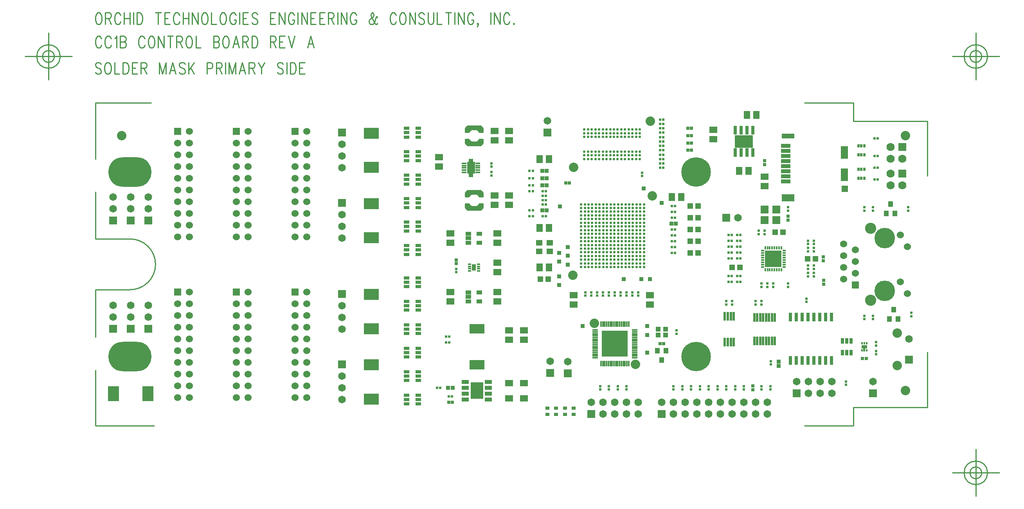
<source format=gbr>
*
*
G04 PADS 9.2 Build Number: 414666 generated Gerber (RS-274-X) file*
G04 PC Version=2.1*
*
%IN "CC1B_080118.pcb"*%
*
%MOIN*%
*
%FSLAX24Y24*%
*
*
*
*
G04 PC Standard Apertures*
*
*
G04 Thermal Relief Aperture macro.*
%AMTER*
1,1,$1,0,0*
1,0,$1-$2,0,0*
21,0,$3,$4,0,0,45*
21,0,$3,$4,0,0,135*
%
*
*
G04 Annular Aperture macro.*
%AMANN*
1,1,$1,0,0*
1,0,$2,0,0*
%
*
*
G04 Odd Aperture macro.*
%AMODD*
1,1,$1,0,0*
1,0,$1-0.005,0,0*
%
*
*
G04 PC Custom Aperture Macros*
*
*
*
*
*
*
G04 PC Aperture Table*
*
%ADD010C,0.001*%
%ADD013R,0.06X0.06*%
%ADD014C,0.06*%
%ADD021R,0.065X0.065*%
%ADD022C,0.065*%
%ADD028C,0.01*%
%ADD032C,0.005*%
%ADD033C,0.03*%
%ADD073R,0.07X0.07*%
%ADD074C,0.07*%
%ADD076R,0.027X0.025*%
%ADD079C,0.08*%
%ADD083R,0.037X0.029*%
%ADD084R,0.014X0.05*%
%ADD085R,0.05X0.014*%
%ADD086R,0.22X0.22*%
%ADD089R,0.05X0.03*%
%ADD090R,0.035X0.035*%
%ADD092C,0.021*%
%ADD093R,0.04X0.045*%
%ADD094R,0.025X0.027*%
%ADD155R,0.033X0.033*%
%ADD183R,0.065X0.055*%
%ADD189R,0.095X0.125*%
%ADD193R,0.03X0.05*%
%ADD240R,0.021X0.023*%
%ADD242R,0.023X0.021*%
%ADD245R,0.057X0.046*%
%ADD246R,0.08374X0.03256*%
%ADD247R,0.10736X0.06406*%
%ADD248R,0.10736X0.04437*%
%ADD249R,0.05224X0.05224*%
%ADD250R,0.06012X0.1113*%
%ADD251R,0.029X0.075*%
%ADD252R,0.155X0.105*%
%ADD336R,0.016X0.023*%
%ADD337R,0.045X0.05*%
%ADD338R,0.055X0.065*%
%ADD339R,0.07X0.055*%
%ADD340R,0.065X0.068*%
%ADD341R,0.044X0.04*%
%ADD342R,0.02X0.075*%
%ADD343R,0.064X0.036*%
%ADD344R,0.108X0.143*%
%ADD345R,0.039X0.017*%
%ADD346R,0.07X0.1*%
%ADD347R,0.025X0.015*%
%ADD348R,0.0325X0.056*%
%ADD349R,0.014X0.03*%
%ADD350R,0.03X0.014*%
%ADD351R,0.14X0.14*%
%ADD352R,0.125X0.095*%
%ADD353R,0.02154X0.02862*%
%ADD354R,0.045X0.033*%
%ADD355R,0.131X0.084*%
%ADD356C,0.251*%
%ADD357O,0.369X0.251*%
%ADD358C,0.095*%
%ADD359C,0.175*%
*
*
*
*
G04 PC Circuitry*
G04 Layer Name CC1B_080118.pcb - circuitry*
%LPD*%
*
*
G04 PC Custom Flashes*
G04 Layer Name CC1B_080118.pcb - flashes*
%LPD*%
*
*
G04 PC Circuitry*
G04 Layer Name CC1B_080118.pcb - circuitry*
%LPD*%
*
G54D10*
G54D13*
G01X27000Y45129D03*
Y31429D03*
X32000Y45129D03*
Y31429D03*
X37000Y45129D03*
Y31429D03*
X84750Y32029D03*
G54D14*
X28000Y45129D03*
X27000Y44129D03*
X28000D03*
X27000Y43129D03*
X28000D03*
X27000Y42129D03*
X28000D03*
X27000Y41129D03*
X28000D03*
X27000Y40129D03*
X28000D03*
X27000Y39129D03*
X28000D03*
X27000Y38129D03*
X28000D03*
X27000Y37129D03*
X28000D03*
X27000Y36129D03*
X28000D03*
Y31429D03*
X27000Y30429D03*
X28000D03*
X27000Y29429D03*
X28000D03*
X27000Y28429D03*
X28000D03*
X27000Y27429D03*
X28000D03*
X27000Y26429D03*
X28000D03*
X27000Y25429D03*
X28000D03*
X27000Y24429D03*
X28000D03*
X27000Y23429D03*
X28000D03*
X27000Y22429D03*
X28000D03*
X33000Y45129D03*
X32000Y44129D03*
X33000D03*
X32000Y43129D03*
X33000D03*
X32000Y42129D03*
X33000D03*
X32000Y41129D03*
X33000D03*
X32000Y40129D03*
X33000D03*
X32000Y39129D03*
X33000D03*
X32000Y38129D03*
X33000D03*
X32000Y37129D03*
X33000D03*
X32000Y36129D03*
X33000D03*
Y31429D03*
X32000Y30429D03*
X33000D03*
X32000Y29429D03*
X33000D03*
X32000Y28429D03*
X33000D03*
X32000Y27429D03*
X33000D03*
X32000Y26429D03*
X33000D03*
X32000Y25429D03*
X33000D03*
X32000Y24429D03*
X33000D03*
X32000Y23429D03*
X33000D03*
X32000Y22429D03*
X33000D03*
X38000Y45129D03*
X37000Y44129D03*
X38000D03*
X37000Y43129D03*
X38000D03*
X37000Y42129D03*
X38000D03*
X37000Y41129D03*
X38000D03*
X37000Y40129D03*
X38000D03*
X37000Y39129D03*
X38000D03*
X37000Y38129D03*
X38000D03*
X37000Y37129D03*
X38000D03*
X37000Y36129D03*
X38000D03*
Y31429D03*
X37000Y30429D03*
X38000D03*
X37000Y29429D03*
X38000D03*
X37000Y28429D03*
X38000D03*
X37000Y27429D03*
X38000D03*
X37000Y26429D03*
X38000D03*
X37000Y25429D03*
X38000D03*
X37000Y24429D03*
X38000D03*
X37000Y23429D03*
X38000D03*
X37000Y22429D03*
X38000D03*
X83750Y32529D03*
X84750Y33029D03*
X83750Y33529D03*
X84750Y34029D03*
X83750Y34529D03*
X84750Y35029D03*
X83750Y35529D03*
X89179Y31289D03*
X88580Y32289D03*
X89179Y35269D03*
X88580Y36269D03*
G54D21*
X41000Y45000D03*
Y39000D03*
Y31250D03*
Y25250D03*
X62250Y21029D03*
X79750Y22779D03*
X58750Y24500D03*
X73750Y37750D03*
X58500Y45000D03*
X86250Y22779D03*
X60250Y24470D03*
X21500Y37529D03*
Y28279D03*
X23000Y37529D03*
Y28279D03*
X24500D03*
Y37529D03*
X68250Y21029D03*
X89291Y25644D03*
G54D22*
X41000Y44000D03*
Y43000D03*
Y42000D03*
Y38000D03*
Y37000D03*
Y36000D03*
Y30250D03*
Y29250D03*
Y28250D03*
Y24250D03*
Y23250D03*
Y22250D03*
X62250Y22029D03*
X63250Y21029D03*
Y22029D03*
X64250Y21029D03*
Y22029D03*
X65250Y21029D03*
Y22029D03*
X66250Y21029D03*
Y22029D03*
X79750Y23779D03*
X80750Y22779D03*
Y23779D03*
X81750Y22779D03*
Y23779D03*
X82750Y22779D03*
Y23779D03*
X58750Y25500D03*
X74750Y37750D03*
X58500Y46000D03*
X86250Y23779D03*
X60250Y25470D03*
X21500Y38529D03*
Y39529D03*
Y29279D03*
Y30279D03*
X23000Y38529D03*
Y39529D03*
Y29279D03*
Y30279D03*
X24500Y29279D03*
Y30279D03*
Y38529D03*
Y39529D03*
X68250Y22029D03*
X69250Y21029D03*
Y22029D03*
X70250Y21029D03*
Y22029D03*
X71250Y21029D03*
Y22029D03*
X72250Y21029D03*
Y22029D03*
X73250Y21029D03*
Y22029D03*
X74250Y21029D03*
Y22029D03*
X75250Y21029D03*
Y22029D03*
X76250Y21029D03*
Y22029D03*
X77250Y21029D03*
Y22029D03*
X89291Y27414D03*
G54D28*
X51505Y44435D02*
Y44110D01*
X51710Y43905*
X51710D02*
X52789D01*
X52789D02*
X52995Y44110D01*
Y44435*
X52720*
X52720D02*
X52507Y44212D01*
X52507D02*
X52489Y44205D01*
X52010*
X52010D02*
X51992Y44212D01*
X51992D02*
X51779Y44435D01*
X51505*
X51550Y44065D02*
Y44435D01*
X51600Y44015D02*
Y44435D01*
X51650Y43965D02*
Y44435D01*
X51700Y43915D02*
Y44435D01*
X51750Y43905D02*
Y44435D01*
X51800Y43905D02*
Y44413D01*
X51850Y43905D02*
Y44361D01*
X51900Y43905D02*
Y44309D01*
X51950Y43905D02*
Y44257D01*
X52000Y43905D02*
Y44209D01*
X52050Y43905D02*
Y44205D01*
X52100Y43905D02*
Y44205D01*
X52150Y43905D02*
Y44205D01*
X52200Y43905D02*
Y44205D01*
X52250Y43905D02*
Y44205D01*
X52300Y43905D02*
Y44205D01*
X52350Y43905D02*
Y44205D01*
X52400Y43905D02*
Y44205D01*
X52450Y43905D02*
Y44205D01*
X52500Y43905D02*
Y44209D01*
X52550Y43905D02*
Y44257D01*
X52600Y43905D02*
Y44309D01*
X52650Y43905D02*
Y44361D01*
X52700Y43905D02*
Y44413D01*
X52750Y43905D02*
Y44435D01*
X52800Y43915D02*
Y44435D01*
X52850Y43965D02*
Y44435D01*
X52900Y44015D02*
Y44435D01*
X52950Y44065D02*
Y44435D01*
X51710Y45595D02*
X51505Y45389D01*
X51505D02*
Y45065D01*
X51779*
X51992Y45287*
X51992D02*
X52010Y45295D01*
X52010D02*
X52489D01*
X52507Y45287*
X52720Y45065*
X52720D02*
X52995D01*
Y45389*
X52995D02*
X52789Y45595D01*
X52789D02*
X51710D01*
X51550Y45065D02*
Y45434D01*
X51600Y45065D02*
Y45484D01*
X51650Y45065D02*
Y45534D01*
X51700Y45065D02*
Y45584D01*
X51750Y45065D02*
Y45595D01*
X51800Y45086D02*
Y45595D01*
X51850Y45138D02*
Y45595D01*
X51900Y45190D02*
Y45595D01*
X51950Y45242D02*
Y45595D01*
X52000Y45290D02*
Y45595D01*
X52050Y45295D02*
Y45595D01*
X52100Y45295D02*
Y45595D01*
X52150Y45295D02*
Y45595D01*
X52200Y45295D02*
Y45595D01*
X52250Y45295D02*
Y45595D01*
X52300Y45295D02*
Y45595D01*
X52350Y45295D02*
Y45595D01*
X52400Y45295D02*
Y45595D01*
X52450Y45295D02*
Y45595D01*
X52500Y45290D02*
Y45595D01*
X52550Y45242D02*
Y45595D01*
X52600Y45190D02*
Y45595D01*
X52650Y45138D02*
Y45595D01*
X52700Y45086D02*
Y45595D01*
X52750Y45065D02*
Y45595D01*
X52800Y45065D02*
Y45584D01*
X52850Y45065D02*
Y45534D01*
X52900Y45065D02*
Y45484D01*
X52950Y45065D02*
Y45434D01*
X51505Y38935D02*
Y38610D01*
X51710Y38405*
X51710D02*
X52789D01*
X52789D02*
X52995Y38610D01*
Y38935*
X52720*
X52720D02*
X52507Y38712D01*
X52507D02*
X52489Y38705D01*
X52010*
X52010D02*
X51992Y38712D01*
X51992D02*
X51779Y38935D01*
X51505*
X51550Y38565D02*
Y38935D01*
X51600Y38515D02*
Y38935D01*
X51650Y38465D02*
Y38935D01*
X51700Y38415D02*
Y38935D01*
X51750Y38405D02*
Y38935D01*
X51800Y38405D02*
Y38913D01*
X51850Y38405D02*
Y38861D01*
X51900Y38405D02*
Y38809D01*
X51950Y38405D02*
Y38757D01*
X52000Y38405D02*
Y38709D01*
X52050Y38405D02*
Y38705D01*
X52100Y38405D02*
Y38705D01*
X52150Y38405D02*
Y38705D01*
X52200Y38405D02*
Y38705D01*
X52250Y38405D02*
Y38705D01*
X52300Y38405D02*
Y38705D01*
X52350Y38405D02*
Y38705D01*
X52400Y38405D02*
Y38705D01*
X52450Y38405D02*
Y38705D01*
X52500Y38405D02*
Y38709D01*
X52550Y38405D02*
Y38757D01*
X52600Y38405D02*
Y38809D01*
X52650Y38405D02*
Y38861D01*
X52700Y38405D02*
Y38913D01*
X52750Y38405D02*
Y38935D01*
X52800Y38415D02*
Y38935D01*
X52850Y38465D02*
Y38935D01*
X52900Y38515D02*
Y38935D01*
X52950Y38565D02*
Y38935D01*
X51710Y40095D02*
X51505Y39889D01*
X51505D02*
Y39565D01*
X51779*
X51992Y39787*
X51992D02*
X52010Y39795D01*
X52010D02*
X52489D01*
X52507Y39787*
X52720Y39565*
X52720D02*
X52995D01*
Y39889*
X52995D02*
X52789Y40095D01*
X52789D02*
X51710D01*
X51550Y39565D02*
Y39934D01*
X51600Y39565D02*
Y39984D01*
X51650Y39565D02*
Y40034D01*
X51700Y39565D02*
Y40084D01*
X51750Y39565D02*
Y40095D01*
X51800Y39586D02*
Y40095D01*
X51850Y39638D02*
Y40095D01*
X51900Y39690D02*
Y40095D01*
X51950Y39742D02*
Y40095D01*
X52000Y39790D02*
Y40095D01*
X52050Y39795D02*
Y40095D01*
X52100Y39795D02*
Y40095D01*
X52150Y39795D02*
Y40095D01*
X52200Y39795D02*
Y40095D01*
X52250Y39795D02*
Y40095D01*
X52300Y39795D02*
Y40095D01*
X52350Y39795D02*
Y40095D01*
X52400Y39795D02*
Y40095D01*
X52450Y39795D02*
Y40095D01*
X52500Y39790D02*
Y40095D01*
X52550Y39742D02*
Y40095D01*
X52600Y39690D02*
Y40095D01*
X52650Y39638D02*
Y40095D01*
X52700Y39586D02*
Y40095D01*
X52750Y39565D02*
Y40095D01*
X52800Y39565D02*
Y40084D01*
X52850Y39565D02*
Y40034D01*
X52900Y39565D02*
Y39984D01*
X52950Y39565D02*
Y39934D01*
X20472Y50843D02*
X20404Y50937D01*
X20404D02*
X20301Y50984D01*
X20301D02*
X20165D01*
X20063Y50937*
X20063D02*
X19995Y50843D01*
X19995D02*
Y50750D01*
X20029Y50656*
X20063Y50609*
X20131Y50562*
X20131D02*
X20335Y50468D01*
X20335D02*
X20404Y50421D01*
X20404D02*
X20438Y50375D01*
X20472Y50281*
Y50140*
X20472D02*
X20404Y50046D01*
X20404D02*
X20301Y50000D01*
X20301D02*
X20165D01*
X20063Y50046*
X20063D02*
X19995Y50140D01*
X20983Y50984D02*
X20915Y50937D01*
X20915D02*
X20847Y50843D01*
X20847D02*
X20813Y50750D01*
X20779Y50609*
Y50375*
X20813Y50234*
X20847Y50140*
X20847D02*
X20915Y50046D01*
X20915D02*
X20983Y50000D01*
X20983D02*
X21120D01*
X21188Y50046*
X21188D02*
X21256Y50140D01*
X21256D02*
X21290Y50234D01*
X21324Y50375*
X21324D02*
Y50609D01*
X21324D02*
X21290Y50750D01*
X21256Y50843*
X21256D02*
X21188Y50937D01*
X21188D02*
X21120Y50984D01*
X20983*
X21631D02*
Y50000D01*
X22040*
X22347Y50984D02*
Y50000D01*
Y50984D02*
X22585D01*
X22585D02*
X22688Y50937D01*
X22688D02*
X22756Y50843D01*
X22756D02*
X22790Y50750D01*
X22824Y50609*
X22824D02*
Y50375D01*
X22824D02*
X22790Y50234D01*
X22756Y50140*
X22756D02*
X22688Y50046D01*
X22688D02*
X22585Y50000D01*
X22585D02*
X22347D01*
X23131Y50984D02*
Y50000D01*
Y50984D02*
X23574D01*
X23131Y50515D02*
X23404D01*
X23131Y50000D02*
X23574D01*
X23881Y50984D02*
Y50000D01*
Y50984D02*
X24188D01*
X24290Y50937*
X24290D02*
X24324Y50890D01*
X24324D02*
X24358Y50796D01*
X24358D02*
Y50703D01*
X24358D02*
X24324Y50609D01*
X24324D02*
X24290Y50562D01*
X24290D02*
X24188Y50515D01*
X24188D02*
X23881D01*
X24120D02*
X24358Y50000D01*
X25449Y50984D02*
Y50000D01*
Y50984D02*
X25722Y50000D01*
X25995Y50984D02*
X25722Y50000D01*
X25995Y50984D02*
Y50000D01*
X26574Y50984D02*
X26301Y50000D01*
X26574Y50984D02*
X26847Y50000D01*
X26404Y50328D02*
X26745D01*
X27631Y50843D02*
X27563Y50937D01*
X27563D02*
X27460Y50984D01*
X27460D02*
X27324D01*
X27324D02*
X27222Y50937D01*
X27222D02*
X27154Y50843D01*
X27154D02*
Y50750D01*
X27188Y50656*
X27222Y50609*
X27290Y50562*
X27290D02*
X27495Y50468D01*
X27495D02*
X27563Y50421D01*
X27563D02*
X27597Y50375D01*
X27631Y50281*
Y50140*
X27631D02*
X27563Y50046D01*
X27563D02*
X27460Y50000D01*
X27460D02*
X27324D01*
X27324D02*
X27222Y50046D01*
X27222D02*
X27154Y50140D01*
X27938Y50984D02*
Y50000D01*
X28415Y50984D02*
X27938Y50328D01*
X28108Y50562D02*
X28415Y50000D01*
X29506Y50984D02*
Y50000D01*
Y50984D02*
X29813D01*
X29915Y50937*
X29915D02*
X29949Y50890D01*
X29949D02*
X29983Y50796D01*
X29983D02*
Y50656D01*
X29983D02*
X29949Y50562D01*
X29949D02*
X29915Y50515D01*
X29915D02*
X29813Y50468D01*
X29813D02*
X29506D01*
X30290Y50984D02*
Y50000D01*
Y50984D02*
X30597D01*
X30699Y50937*
X30699D02*
X30733Y50890D01*
X30733D02*
X30767Y50796D01*
X30767D02*
Y50703D01*
X30767D02*
X30733Y50609D01*
X30733D02*
X30699Y50562D01*
X30699D02*
X30597Y50515D01*
X30597D02*
X30290D01*
X30529D02*
X30767Y50000D01*
X31074Y50984D02*
Y50000D01*
X31381Y50984D02*
Y50000D01*
Y50984D02*
X31654Y50000D01*
X31926Y50984D02*
X31654Y50000D01*
X31926Y50984D02*
Y50000D01*
X32506Y50984D02*
X32233Y50000D01*
X32506Y50984D02*
X32779Y50000D01*
X32335Y50328D02*
X32676D01*
X33085Y50984D02*
Y50000D01*
Y50984D02*
X33392D01*
X33392D02*
X33495Y50937D01*
X33495D02*
X33529Y50890D01*
X33529D02*
X33563Y50796D01*
X33563D02*
Y50703D01*
X33529Y50609*
X33495Y50562*
X33495D02*
X33392Y50515D01*
X33392D02*
X33085D01*
X33324D02*
X33563Y50000D01*
X33870Y50984D02*
X34142Y50515D01*
X34142D02*
Y50000D01*
X34415Y50984D02*
X34142Y50515D01*
X35983Y50843D02*
X35915Y50937D01*
X35915D02*
X35813Y50984D01*
X35676*
X35676D02*
X35574Y50937D01*
X35574D02*
X35506Y50843D01*
X35506D02*
Y50750D01*
X35540Y50656*
X35574Y50609*
X35574D02*
X35642Y50562D01*
X35642D02*
X35847Y50468D01*
X35847D02*
X35915Y50421D01*
X35915D02*
X35949Y50375D01*
X35949D02*
X35983Y50281D01*
X35983D02*
Y50140D01*
X35983D02*
X35915Y50046D01*
X35915D02*
X35813Y50000D01*
X35676*
X35676D02*
X35574Y50046D01*
X35574D02*
X35506Y50140D01*
X36290Y50984D02*
Y50000D01*
X36597Y50984D02*
Y50000D01*
Y50984D02*
X36835D01*
X36835D02*
X36938Y50937D01*
X36938D02*
X37006Y50843D01*
X37006D02*
X37040Y50750D01*
X37074Y50609*
X37074D02*
Y50375D01*
X37074D02*
X37040Y50234D01*
X37006Y50140*
X37006D02*
X36938Y50046D01*
X36938D02*
X36835Y50000D01*
X36835D02*
X36597D01*
X37381Y50984D02*
Y50000D01*
Y50984D02*
X37824D01*
X37381Y50515D02*
X37654D01*
X37381Y50000D02*
X37824D01*
X20511Y53000D02*
X20477Y53093D01*
X20477D02*
X20409Y53187D01*
X20409D02*
X20340Y53234D01*
X20340D02*
X20204D01*
X20204D02*
X20136Y53187D01*
X20136D02*
X20068Y53093D01*
X20068D02*
X20034Y53000D01*
X20000Y52859*
Y52625*
X20034Y52484*
X20068Y52390*
X20068D02*
X20136Y52296D01*
X20136D02*
X20204Y52250D01*
X20204D02*
X20340D01*
X20340D02*
X20409Y52296D01*
X20409D02*
X20477Y52390D01*
X20477D02*
X20511Y52484D01*
X21329Y53000D02*
X21295Y53093D01*
X21295D02*
X21227Y53187D01*
X21227D02*
X21159Y53234D01*
X21022*
X21022D02*
X20954Y53187D01*
X20954D02*
X20886Y53093D01*
X20886D02*
X20852Y53000D01*
X20818Y52859*
Y52625*
X20852Y52484*
X20886Y52390*
X20886D02*
X20954Y52296D01*
X20954D02*
X21022Y52250D01*
X21022D02*
X21159D01*
X21227Y52296*
X21227D02*
X21295Y52390D01*
X21295D02*
X21329Y52484D01*
X21636Y53046D02*
X21704Y53093D01*
X21704D02*
X21806Y53234D01*
X21806D02*
Y52250D01*
X22113Y53234D02*
Y52250D01*
Y53234D02*
X22420D01*
X22522Y53187*
X22522D02*
X22556Y53140D01*
X22556D02*
X22590Y53046D01*
X22590D02*
Y52953D01*
X22590D02*
X22556Y52859D01*
X22556D02*
X22522Y52812D01*
X22522D02*
X22420Y52765D01*
X22113D02*
X22420D01*
X22420D02*
X22522Y52718D01*
X22522D02*
X22556Y52671D01*
X22556D02*
X22590Y52578D01*
X22590D02*
Y52437D01*
X22590D02*
X22556Y52343D01*
X22556D02*
X22522Y52296D01*
X22522D02*
X22420Y52250D01*
X22113*
X24193Y53000D02*
X24159Y53093D01*
X24159D02*
X24090Y53187D01*
X24090D02*
X24022Y53234D01*
X24022D02*
X23886D01*
X23818Y53187*
X23818D02*
X23750Y53093D01*
X23750D02*
X23715Y53000D01*
X23715D02*
X23681Y52859D01*
X23681D02*
Y52625D01*
X23681D02*
X23715Y52484D01*
X23715D02*
X23750Y52390D01*
X23750D02*
X23818Y52296D01*
X23818D02*
X23886Y52250D01*
X24022*
X24022D02*
X24090Y52296D01*
X24090D02*
X24159Y52390D01*
X24159D02*
X24193Y52484D01*
X24704Y53234D02*
X24636Y53187D01*
X24636D02*
X24568Y53093D01*
X24568D02*
X24534Y53000D01*
X24500Y52859*
Y52625*
X24534Y52484*
X24568Y52390*
X24568D02*
X24636Y52296D01*
X24636D02*
X24704Y52250D01*
X24704D02*
X24840D01*
X24840D02*
X24909Y52296D01*
X24909D02*
X24977Y52390D01*
X24977D02*
X25011Y52484D01*
X25045Y52625*
Y52859*
X25011Y53000*
X24977Y53093*
X24977D02*
X24909Y53187D01*
X24909D02*
X24840Y53234D01*
X24840D02*
X24704D01*
X25352D02*
Y52250D01*
Y53234D02*
X25829Y52250D01*
Y53234D02*
Y52250D01*
X26375Y53234D02*
Y52250D01*
X26136Y53234D02*
X26613D01*
X26920D02*
Y52250D01*
Y53234D02*
X27227D01*
X27329Y53187*
X27329D02*
X27363Y53140D01*
X27363D02*
X27397Y53046D01*
X27397D02*
Y52953D01*
X27397D02*
X27363Y52859D01*
X27363D02*
X27329Y52812D01*
X27329D02*
X27227Y52765D01*
X27227D02*
X26920D01*
X27159D02*
X27397Y52250D01*
X27909Y53234D02*
X27840Y53187D01*
X27840D02*
X27772Y53093D01*
X27772D02*
X27738Y53000D01*
X27738D02*
X27704Y52859D01*
X27704D02*
Y52625D01*
X27704D02*
X27738Y52484D01*
X27738D02*
X27772Y52390D01*
X27772D02*
X27840Y52296D01*
X27840D02*
X27909Y52250D01*
X28045*
X28113Y52296*
X28113D02*
X28181Y52390D01*
X28181D02*
X28215Y52484D01*
X28215D02*
X28250Y52625D01*
Y52859*
X28215Y53000*
X28215D02*
X28181Y53093D01*
X28181D02*
X28113Y53187D01*
X28113D02*
X28045Y53234D01*
X27909*
X28556D02*
Y52250D01*
X28556D02*
X28965D01*
X30056Y53234D02*
Y52250D01*
Y53234D02*
X30363D01*
X30363D02*
X30465Y53187D01*
X30465D02*
X30500Y53140D01*
X30500D02*
X30534Y53046D01*
X30534D02*
Y52953D01*
X30500Y52859*
X30465Y52812*
X30465D02*
X30363Y52765D01*
X30056D02*
X30363D01*
X30363D02*
X30465Y52718D01*
X30465D02*
X30500Y52671D01*
X30500D02*
X30534Y52578D01*
Y52437*
X30534D02*
X30500Y52343D01*
X30500D02*
X30465Y52296D01*
X30465D02*
X30363Y52250D01*
X30363D02*
X30056D01*
X31045Y53234D02*
X30977Y53187D01*
X30977D02*
X30909Y53093D01*
X30909D02*
X30875Y53000D01*
X30840Y52859*
X30840D02*
Y52625D01*
X30840D02*
X30875Y52484D01*
X30909Y52390*
X30909D02*
X30977Y52296D01*
X30977D02*
X31045Y52250D01*
X31181*
X31181D02*
X31250Y52296D01*
X31250D02*
X31318Y52390D01*
X31318D02*
X31352Y52484D01*
X31386Y52625*
Y52859*
X31352Y53000*
X31318Y53093*
X31318D02*
X31250Y53187D01*
X31250D02*
X31181Y53234D01*
X31181D02*
X31045D01*
X31965D02*
X31693Y52250D01*
X31965Y53234D02*
X32238Y52250D01*
X31795Y52578D02*
X32136D01*
X32545Y53234D02*
Y52250D01*
Y53234D02*
X32852D01*
X32954Y53187*
X32954D02*
X32988Y53140D01*
X32988D02*
X33022Y53046D01*
X33022D02*
Y52953D01*
X33022D02*
X32988Y52859D01*
X32988D02*
X32954Y52812D01*
X32954D02*
X32852Y52765D01*
X32852D02*
X32545D01*
X32784D02*
X33022Y52250D01*
X33329Y53234D02*
Y52250D01*
Y53234D02*
X33568D01*
X33670Y53187*
X33670D02*
X33738Y53093D01*
X33738D02*
X33772Y53000D01*
X33772D02*
X33806Y52859D01*
X33806D02*
Y52625D01*
X33806D02*
X33772Y52484D01*
X33772D02*
X33738Y52390D01*
X33738D02*
X33670Y52296D01*
X33670D02*
X33568Y52250D01*
X33329*
X34897Y53234D02*
Y52250D01*
Y53234D02*
X35204D01*
X35204D02*
X35306Y53187D01*
X35306D02*
X35340Y53140D01*
X35340D02*
X35375Y53046D01*
X35375D02*
Y52953D01*
X35340Y52859*
X35340D02*
X35306Y52812D01*
X35306D02*
X35204Y52765D01*
X35204D02*
X34897D01*
X35136D02*
X35375Y52250D01*
X35681Y53234D02*
Y52250D01*
Y53234D02*
X36125D01*
X35681Y52765D02*
X35954D01*
X35681Y52250D02*
X36125D01*
X36431Y53234D02*
X36704Y52250D01*
X36977Y53234D02*
X36704Y52250D01*
X38340Y53234D02*
X38068Y52250D01*
X38340Y53234D02*
X38613Y52250D01*
X38170Y52578D02*
X38511D01*
X20204Y55234D02*
X20136Y55187D01*
X20136D02*
X20068Y55093D01*
X20068D02*
X20034Y55000D01*
X20000Y54859*
Y54625*
X20034Y54484*
X20068Y54390*
X20068D02*
X20136Y54296D01*
X20136D02*
X20204Y54250D01*
X20204D02*
X20340D01*
X20340D02*
X20409Y54296D01*
X20409D02*
X20477Y54390D01*
X20477D02*
X20511Y54484D01*
X20545Y54625*
Y54859*
X20511Y55000*
X20477Y55093*
X20477D02*
X20409Y55187D01*
X20409D02*
X20340Y55234D01*
X20340D02*
X20204D01*
X20852D02*
Y54250D01*
Y55234D02*
X21159D01*
X21261Y55187*
X21261D02*
X21295Y55140D01*
X21295D02*
X21329Y55046D01*
X21329D02*
Y54953D01*
X21329D02*
X21295Y54859D01*
X21261Y54812*
X21261D02*
X21159Y54765D01*
X21159D02*
X20852D01*
X21090D02*
X21329Y54250D01*
X22147Y55000D02*
X22113Y55093D01*
X22113D02*
X22045Y55187D01*
X22045D02*
X21977Y55234D01*
X21840*
X21840D02*
X21772Y55187D01*
X21772D02*
X21704Y55093D01*
X21704D02*
X21670Y55000D01*
X21636Y54859*
Y54625*
X21670Y54484*
X21704Y54390*
X21704D02*
X21772Y54296D01*
X21772D02*
X21840Y54250D01*
X21840D02*
X21977D01*
X22045Y54296*
X22045D02*
X22113Y54390D01*
X22113D02*
X22147Y54484D01*
X22454Y55234D02*
Y54250D01*
X22931Y55234D02*
Y54250D01*
X22454Y54765D02*
X22931D01*
X23238Y55234D02*
Y54250D01*
X23545Y55234D02*
Y54250D01*
Y55234D02*
X23784D01*
X23886Y55187*
X23886D02*
X23954Y55093D01*
X23954D02*
X23988Y55000D01*
X23988D02*
X24022Y54859D01*
X24022D02*
Y54625D01*
X24022D02*
X23988Y54484D01*
X23988D02*
X23954Y54390D01*
X23954D02*
X23886Y54296D01*
X23886D02*
X23784Y54250D01*
X23545*
X25352Y55234D02*
Y54250D01*
X25113Y55234D02*
X25590D01*
X25897D02*
Y54250D01*
Y55234D02*
X26340D01*
X25897Y54765D02*
X26170D01*
X25897Y54250D02*
X26340D01*
X27159Y55000D02*
X27125Y55093D01*
X27125D02*
X27056Y55187D01*
X27056D02*
X26988Y55234D01*
X26988D02*
X26852D01*
X26784Y55187*
X26784D02*
X26715Y55093D01*
X26715D02*
X26681Y55000D01*
X26681D02*
X26647Y54859D01*
X26647D02*
Y54625D01*
X26647D02*
X26681Y54484D01*
X26681D02*
X26715Y54390D01*
X26715D02*
X26784Y54296D01*
X26784D02*
X26852Y54250D01*
X26988*
X26988D02*
X27056Y54296D01*
X27056D02*
X27125Y54390D01*
X27125D02*
X27159Y54484D01*
X27465Y55234D02*
Y54250D01*
X27943Y55234D02*
Y54250D01*
X27465Y54765D02*
X27943D01*
X28250Y55234D02*
Y54250D01*
Y55234D02*
X28727Y54250D01*
Y55234D02*
Y54250D01*
X29238Y55234D02*
X29170Y55187D01*
X29170D02*
X29102Y55093D01*
X29102D02*
X29068Y55000D01*
X29034Y54859*
Y54625*
X29068Y54484*
X29102Y54390*
X29102D02*
X29170Y54296D01*
X29170D02*
X29238Y54250D01*
X29238D02*
X29375D01*
X29443Y54296*
X29443D02*
X29511Y54390D01*
X29511D02*
X29545Y54484D01*
X29579Y54625*
X29579D02*
Y54859D01*
X29579D02*
X29545Y55000D01*
X29511Y55093*
X29511D02*
X29443Y55187D01*
X29443D02*
X29375Y55234D01*
X29238*
X29886D02*
Y54250D01*
X30295*
X30806Y55234D02*
X30738Y55187D01*
X30738D02*
X30670Y55093D01*
X30670D02*
X30636Y55000D01*
X30602Y54859*
Y54625*
X30636Y54484*
X30670Y54390*
X30670D02*
X30738Y54296D01*
X30738D02*
X30806Y54250D01*
X30806D02*
X30943D01*
X31011Y54296*
X31011D02*
X31079Y54390D01*
X31079D02*
X31113Y54484D01*
X31113D02*
X31147Y54625D01*
X31147D02*
Y54859D01*
X31147D02*
X31113Y55000D01*
X31113D02*
X31079Y55093D01*
X31079D02*
X31011Y55187D01*
X31011D02*
X30943Y55234D01*
X30806*
X31965Y55000D02*
X31931Y55093D01*
X31931D02*
X31863Y55187D01*
X31863D02*
X31795Y55234D01*
X31659*
X31590Y55187*
X31590D02*
X31522Y55093D01*
X31522D02*
X31488Y55000D01*
X31488D02*
X31454Y54859D01*
X31454D02*
Y54625D01*
X31454D02*
X31488Y54484D01*
X31488D02*
X31522Y54390D01*
X31522D02*
X31590Y54296D01*
X31590D02*
X31659Y54250D01*
X31795*
X31863Y54296*
X31863D02*
X31931Y54390D01*
X31931D02*
X31965Y54484D01*
X31965D02*
Y54625D01*
X31795D02*
X31965D01*
X32272Y55234D02*
Y54250D01*
X32579Y55234D02*
Y54250D01*
Y55234D02*
X33022D01*
X32579Y54765D02*
X32852D01*
X32579Y54250D02*
X33022D01*
X33806Y55093D02*
X33738Y55187D01*
X33738D02*
X33636Y55234D01*
X33500*
X33397Y55187*
X33397D02*
X33329Y55093D01*
X33329D02*
Y55000D01*
X33329D02*
X33363Y54906D01*
X33363D02*
X33397Y54859D01*
X33397D02*
X33465Y54812D01*
X33465D02*
X33670Y54718D01*
X33670D02*
X33738Y54671D01*
X33738D02*
X33772Y54625D01*
X33772D02*
X33806Y54531D01*
X33806D02*
Y54390D01*
X33806D02*
X33738Y54296D01*
X33738D02*
X33636Y54250D01*
X33500*
X33397Y54296*
X33397D02*
X33329Y54390D01*
X34897Y55234D02*
Y54250D01*
Y55234D02*
X35340D01*
X34897Y54765D02*
X35170D01*
X34897Y54250D02*
X35340D01*
X35647Y55234D02*
Y54250D01*
Y55234D02*
X36125Y54250D01*
Y55234D02*
Y54250D01*
X36943Y55000D02*
X36909Y55093D01*
X36909D02*
X36840Y55187D01*
X36840D02*
X36772Y55234D01*
X36772D02*
X36636D01*
X36568Y55187*
X36568D02*
X36500Y55093D01*
X36500D02*
X36465Y55000D01*
X36465D02*
X36431Y54859D01*
X36431D02*
Y54625D01*
X36431D02*
X36465Y54484D01*
X36465D02*
X36500Y54390D01*
X36500D02*
X36568Y54296D01*
X36568D02*
X36636Y54250D01*
X36772*
X36772D02*
X36840Y54296D01*
X36840D02*
X36909Y54390D01*
X36909D02*
X36943Y54484D01*
Y54625*
X36772D02*
X36943D01*
X37250Y55234D02*
Y54250D01*
X37556Y55234D02*
Y54250D01*
Y55234D02*
X38034Y54250D01*
Y55234D02*
Y54250D01*
X38340Y55234D02*
Y54250D01*
Y55234D02*
X38784D01*
X38340Y54765D02*
X38613D01*
X38340Y54250D02*
X38784D01*
X39090Y55234D02*
Y54250D01*
Y55234D02*
X39534D01*
X39090Y54765D02*
X39363D01*
X39090Y54250D02*
X39534D01*
X39840Y55234D02*
Y54250D01*
Y55234D02*
X40147D01*
X40147D02*
X40250Y55187D01*
X40250D02*
X40284Y55140D01*
X40284D02*
X40318Y55046D01*
X40318D02*
Y54953D01*
X40284Y54859*
X40250Y54812*
X40250D02*
X40147Y54765D01*
X40147D02*
X39840D01*
X40079D02*
X40318Y54250D01*
X40625Y55234D02*
Y54250D01*
X40931Y55234D02*
Y54250D01*
Y55234D02*
X41409Y54250D01*
Y55234D02*
Y54250D01*
X42227Y55000D02*
X42193Y55093D01*
X42193D02*
X42125Y55187D01*
X42125D02*
X42056Y55234D01*
X42056D02*
X41920D01*
X41852Y55187*
X41852D02*
X41784Y55093D01*
X41784D02*
X41750Y55000D01*
X41715Y54859*
X41715D02*
Y54625D01*
X41715D02*
X41750Y54484D01*
X41784Y54390*
X41784D02*
X41852Y54296D01*
X41852D02*
X41920Y54250D01*
X42056*
X42056D02*
X42125Y54296D01*
X42125D02*
X42193Y54390D01*
X42193D02*
X42227Y54484D01*
Y54625*
X42056D02*
X42227D01*
X44000Y54812D02*
Y54859D01*
X43965Y54906*
X43965D02*
X43931D01*
X43931D02*
X43897Y54859D01*
X43897D02*
X43863Y54765D01*
X43863D02*
X43795Y54531D01*
X43727Y54390*
X43727D02*
X43659Y54296D01*
X43659D02*
X43590Y54250D01*
X43590D02*
X43454D01*
X43454D02*
X43386Y54296D01*
X43386D02*
X43352Y54343D01*
X43352D02*
X43318Y54437D01*
X43318D02*
Y54531D01*
X43352Y54625*
X43386Y54671*
X43386D02*
X43625Y54859D01*
X43659Y54906*
X43693Y55000*
Y55093*
X43693D02*
X43659Y55187D01*
X43659D02*
X43590Y55234D01*
X43590D02*
X43522Y55187D01*
X43522D02*
X43488Y55093D01*
X43488D02*
Y55000D01*
X43488D02*
X43522Y54859D01*
X43522D02*
X43590Y54718D01*
X43590D02*
X43761Y54390D01*
X43761D02*
X43829Y54296D01*
X43829D02*
X43897Y54250D01*
X43897D02*
X43965D01*
X43965D02*
X44000Y54296D01*
X44000D02*
Y54343D01*
X45602Y55000D02*
X45568Y55093D01*
X45568D02*
X45500Y55187D01*
X45500D02*
X45431Y55234D01*
X45431D02*
X45295D01*
X45227Y55187*
X45227D02*
X45159Y55093D01*
X45159D02*
X45125Y55000D01*
X45090Y54859*
X45090D02*
Y54625D01*
X45090D02*
X45125Y54484D01*
X45159Y54390*
X45159D02*
X45227Y54296D01*
X45227D02*
X45295Y54250D01*
X45431*
X45431D02*
X45500Y54296D01*
X45500D02*
X45568Y54390D01*
X45568D02*
X45602Y54484D01*
X46113Y55234D02*
X46045Y55187D01*
X46045D02*
X45977Y55093D01*
X45977D02*
X45943Y55000D01*
X45909Y54859*
Y54625*
X45943Y54484*
X45977Y54390*
X45977D02*
X46045Y54296D01*
X46045D02*
X46113Y54250D01*
X46113D02*
X46250D01*
X46318Y54296*
X46318D02*
X46386Y54390D01*
X46386D02*
X46420Y54484D01*
X46454Y54625*
X46454D02*
Y54859D01*
X46454D02*
X46420Y55000D01*
X46386Y55093*
X46386D02*
X46318Y55187D01*
X46318D02*
X46250Y55234D01*
X46113*
X46761D02*
Y54250D01*
Y55234D02*
X47238Y54250D01*
Y55234D02*
Y54250D01*
X48022Y55093D02*
X47954Y55187D01*
X47954D02*
X47852Y55234D01*
X47715*
X47715D02*
X47613Y55187D01*
X47613D02*
X47545Y55093D01*
X47545D02*
Y55000D01*
X47579Y54906*
X47579D02*
X47613Y54859D01*
X47613D02*
X47681Y54812D01*
X47681D02*
X47886Y54718D01*
X47886D02*
X47954Y54671D01*
X47954D02*
X47988Y54625D01*
X47988D02*
X48022Y54531D01*
X48022D02*
Y54390D01*
X48022D02*
X47954Y54296D01*
X47954D02*
X47852Y54250D01*
X47715*
X47715D02*
X47613Y54296D01*
X47613D02*
X47545Y54390D01*
X48329Y55234D02*
Y54531D01*
X48329D02*
X48363Y54390D01*
X48363D02*
X48431Y54296D01*
X48431D02*
X48534Y54250D01*
X48602*
X48704Y54296*
X48704D02*
X48772Y54390D01*
X48772D02*
X48806Y54531D01*
X48806D02*
Y55234D01*
X49113D02*
Y54250D01*
X49113D02*
X49522D01*
X50068Y55234D02*
Y54250D01*
X49829Y55234D02*
X50306D01*
X50613D02*
Y54250D01*
X50920Y55234D02*
Y54250D01*
Y55234D02*
X51397Y54250D01*
Y55234D02*
Y54250D01*
X52215Y55000D02*
X52181Y55093D01*
X52181D02*
X52113Y55187D01*
X52113D02*
X52045Y55234D01*
X51909*
X51840Y55187*
X51840D02*
X51772Y55093D01*
X51772D02*
X51738Y55000D01*
X51738D02*
X51704Y54859D01*
X51704D02*
Y54625D01*
X51704D02*
X51738Y54484D01*
X51738D02*
X51772Y54390D01*
X51772D02*
X51840Y54296D01*
X51840D02*
X51909Y54250D01*
X52045*
X52113Y54296*
X52113D02*
X52181Y54390D01*
X52181D02*
X52215Y54484D01*
X52215D02*
Y54625D01*
X52045D02*
X52215D01*
X52590Y54296D02*
X52556Y54250D01*
X52556D02*
X52522Y54296D01*
X52522D02*
X52556Y54343D01*
X52556D02*
X52590Y54296D01*
X52590D02*
Y54203D01*
X52590D02*
X52556Y54109D01*
X52556D02*
X52522Y54062D01*
X53681Y55234D02*
Y54250D01*
X53988Y55234D02*
Y54250D01*
Y55234D02*
X54465Y54250D01*
Y55234D02*
Y54250D01*
X55284Y55000D02*
X55250Y55093D01*
X55250D02*
X55181Y55187D01*
X55181D02*
X55113Y55234D01*
X55113D02*
X54977D01*
X54909Y55187*
X54909D02*
X54840Y55093D01*
X54840D02*
X54806Y55000D01*
X54806D02*
X54772Y54859D01*
X54772D02*
Y54625D01*
X54772D02*
X54806Y54484D01*
X54806D02*
X54840Y54390D01*
X54840D02*
X54909Y54296D01*
X54909D02*
X54977Y54250D01*
X55113*
X55113D02*
X55181Y54296D01*
X55181D02*
X55250Y54390D01*
X55250D02*
X55284Y54484D01*
X55625Y54343D02*
X55590Y54296D01*
X55590D02*
X55625Y54250D01*
X55659Y54296*
X55659D02*
X55625Y54343D01*
X17000Y51500D02*
G75*
G03X17000I-1000J0D01*
G01X16500D02*
G03X16500I-500J0D01*
G01X16000Y53500D02*
Y49500D01*
X14000Y51500D02*
X18000D01*
X96000D02*
G03X96000I-1000J0D01*
G01X95500D02*
G03X95500I-500J0D01*
G01X95000Y53500D02*
Y49500D01*
X93000Y51500D02*
X97000D01*
X96000Y16000D02*
G03X96000I-1000J0D01*
G01X95500D02*
G03X95500I-500J0D01*
G01X95000Y18000D02*
Y14000D01*
X93000Y16000D02*
X97000D01*
X25000Y20000D02*
X20000D01*
Y24750*
Y42750D02*
Y47560D01*
X24750*
X80410Y47559D02*
X84565D01*
Y45985*
X90865*
Y41300*
X80403Y20000D02*
X84568D01*
Y21573*
X90867*
Y26270*
X20000Y27596D02*
Y31614D01*
X22950*
G03X22949Y35940I7J2163*
G01X22950D02*
X20000D01*
Y39956*
G54D32*
X85445Y26370D02*
X85555D01*
Y26650*
X85695*
Y26850*
X85305*
Y26650*
X85445*
Y26370*
X85325Y26650D02*
Y26850D01*
X85350Y26650D02*
Y26850D01*
X85375Y26650D02*
Y26850D01*
X85400Y26650D02*
Y26850D01*
X85425Y26650D02*
Y26850D01*
X85450Y26370D02*
Y26850D01*
X85475Y26370D02*
Y26850D01*
X85500Y26370D02*
Y26850D01*
X85525Y26370D02*
Y26850D01*
X85550Y26370D02*
Y26850D01*
X85575Y26650D02*
Y26850D01*
X85600Y26650D02*
Y26850D01*
X85625Y26650D02*
Y26850D01*
X85650Y26650D02*
Y26850D01*
X85675Y26650D02*
Y26850D01*
X51846Y42740D02*
Y41260D01*
X51846D02*
X51956D01*
X51956D02*
Y41633D01*
X51956D02*
X52043D01*
X52043D02*
Y41260D01*
X52153*
X52153D02*
Y42740D01*
X52153D02*
X52043D01*
Y42326*
X52043D02*
X51956D01*
X51956D02*
Y42740D01*
X51956D02*
X51846D01*
X51850Y41260D02*
Y42740D01*
X51875Y41260D02*
Y42740D01*
X51900Y41260D02*
Y42740D01*
X51925Y41260D02*
Y42740D01*
X51950Y41260D02*
Y42740D01*
X51975Y41633D02*
Y42326D01*
X52000Y41633D02*
Y42326D01*
X52025Y41633D02*
Y42326D01*
X52050Y41260D02*
Y42740D01*
X52075Y41260D02*
Y42740D01*
X52100Y41260D02*
Y42740D01*
X52125Y41260D02*
Y42740D01*
X52150Y41260D02*
Y42740D01*
G54D33*
X52250Y44050D03*
Y45450D03*
Y38550D03*
Y39950D03*
G54D73*
X88750Y41529D03*
Y43779D03*
G54D74*
Y40529D03*
X87750Y41529D03*
Y40529D03*
X88750Y42779D03*
X87750Y43779D03*
Y42779D03*
G54D76*
X76000Y23090D03*
Y23410D03*
X50750Y33840D03*
Y34160D03*
X79000Y37565D03*
Y37885D03*
X82025Y32410D03*
Y32090D03*
X82000Y34090D03*
Y34410D03*
X77000Y42290D03*
Y42610D03*
G54D79*
X88311Y25154D03*
Y27904D03*
X60669Y32834D03*
X67440Y39606D03*
X67283Y45984D03*
X60748Y42047D03*
X62500Y28750D03*
X66000Y25250D03*
X89000Y44750D03*
Y23000D03*
X22250Y44750D03*
G54D83*
X60750Y20970D03*
Y21530D03*
X60000Y20970D03*
Y21530D03*
X59250Y20970D03*
Y21530D03*
X58500Y20970D03*
Y21530D03*
G54D84*
X65431Y28685D03*
X65273D03*
X65116D03*
X64958D03*
X64801D03*
X64643D03*
X64486D03*
X64328D03*
X64171D03*
X64013D03*
X63856D03*
X63698D03*
X63541D03*
X63383D03*
X63226D03*
X63068D03*
Y25315D03*
X63226D03*
X63383D03*
X63541D03*
X63698D03*
X63856D03*
X64013D03*
X64171D03*
X64328D03*
X64486D03*
X64643D03*
X64801D03*
X64958D03*
X65116D03*
X65273D03*
X65431D03*
G54D85*
X65935Y25818D03*
Y25976D03*
Y26133D03*
Y26291D03*
Y26448D03*
Y26606D03*
Y26763D03*
Y26921D03*
Y27078D03*
Y27236D03*
Y27393D03*
Y27551D03*
Y27708D03*
Y27866D03*
Y28023D03*
Y28181D03*
X62565D03*
Y28023D03*
Y27866D03*
Y27708D03*
Y27551D03*
Y27393D03*
Y27236D03*
Y27078D03*
Y26921D03*
Y26763D03*
Y26606D03*
Y26448D03*
Y26291D03*
Y26133D03*
Y25976D03*
Y25818D03*
G54D86*
X64250Y27000D03*
G54D89*
X46500Y35374D03*
Y35000D03*
Y34626D03*
X47500D03*
Y35000D03*
Y35374D03*
X46500Y37374D03*
Y37000D03*
Y36626D03*
X47500D03*
Y37000D03*
Y37374D03*
X46500Y32624D03*
Y32250D03*
Y31876D03*
X47500D03*
Y32250D03*
Y32624D03*
X46500Y30624D03*
Y30250D03*
Y29876D03*
X47500D03*
Y30250D03*
Y30624D03*
X46500Y39374D03*
Y39000D03*
Y38626D03*
X47500D03*
Y39000D03*
Y39374D03*
X46500Y41374D03*
Y41000D03*
Y40626D03*
X47500D03*
Y41000D03*
Y41374D03*
X46500Y26624D03*
Y26250D03*
Y25876D03*
X47500D03*
Y26250D03*
Y26624D03*
X46500Y28624D03*
Y28250D03*
Y27876D03*
X47500D03*
Y28250D03*
Y28624D03*
X46500Y24624D03*
Y24250D03*
Y23876D03*
X47500D03*
Y24250D03*
Y24624D03*
X46500Y22624D03*
Y22250D03*
Y21876D03*
X47500D03*
Y22250D03*
Y22624D03*
X46500Y43374D03*
Y43000D03*
Y42626D03*
X47500D03*
Y43000D03*
Y43374D03*
X46500Y45374D03*
Y45000D03*
Y44626D03*
X47500D03*
Y45000D03*
Y45374D03*
G54D90*
X50450Y23250D03*
X50050D03*
X67000Y26250D03*
Y27750D03*
Y28500D03*
X66692Y40236D03*
X67250Y32500D03*
X59500Y34000D03*
X60250Y35250D03*
Y34500D03*
Y33750D03*
X66500Y32500D03*
X65000D03*
X68250Y39000D03*
X59566Y38700D03*
X61500Y28500D03*
X59500Y34750D03*
Y32750D03*
Y32000D03*
G54D92*
X66732Y38897D03*
Y38582D03*
Y38267D03*
Y37952D03*
Y37637D03*
Y37322D03*
Y37007D03*
Y36692D03*
Y36378D03*
Y36063D03*
Y35748D03*
Y35433D03*
Y35118D03*
Y34803D03*
Y34488D03*
Y34173D03*
Y33858D03*
Y33543D03*
X66417Y38897D03*
Y38582D03*
Y38267D03*
Y37952D03*
Y37637D03*
Y37322D03*
Y37007D03*
Y36692D03*
Y36378D03*
Y36063D03*
Y35748D03*
Y35433D03*
Y35118D03*
Y34803D03*
Y34488D03*
Y34173D03*
Y33858D03*
Y33543D03*
X66102Y38897D03*
Y38582D03*
Y38267D03*
Y37952D03*
Y37637D03*
Y37322D03*
Y37007D03*
Y36692D03*
Y36378D03*
Y36063D03*
Y35748D03*
Y35433D03*
Y35118D03*
Y34803D03*
Y34488D03*
Y34173D03*
Y33858D03*
Y33543D03*
X65787Y38897D03*
Y38582D03*
Y38267D03*
Y37952D03*
Y37637D03*
Y37322D03*
Y37007D03*
Y36692D03*
Y36378D03*
Y36063D03*
Y35748D03*
Y35433D03*
Y35118D03*
Y34803D03*
Y34488D03*
Y34173D03*
Y33858D03*
Y33543D03*
X65472Y38897D03*
Y38582D03*
Y38267D03*
Y37952D03*
Y37637D03*
Y37322D03*
Y37007D03*
Y36692D03*
Y36378D03*
Y36063D03*
Y35748D03*
Y35433D03*
Y35118D03*
Y34803D03*
Y34488D03*
Y34173D03*
Y33858D03*
Y33543D03*
X65157Y38897D03*
Y38582D03*
Y38267D03*
Y37952D03*
Y37637D03*
Y37322D03*
Y37007D03*
Y36692D03*
Y36378D03*
Y36063D03*
Y35748D03*
Y35433D03*
Y35118D03*
Y34803D03*
Y34488D03*
Y34173D03*
Y33858D03*
Y33543D03*
X64842Y38897D03*
Y38582D03*
Y38267D03*
Y37952D03*
Y37637D03*
Y37322D03*
Y37007D03*
Y36692D03*
Y36378D03*
Y36063D03*
Y35748D03*
Y35433D03*
Y35118D03*
Y34803D03*
Y34488D03*
Y34173D03*
Y33858D03*
Y33543D03*
X64527Y38897D03*
Y38582D03*
Y38267D03*
Y37952D03*
Y37637D03*
Y37322D03*
Y37007D03*
Y36692D03*
Y36378D03*
Y36063D03*
Y35748D03*
Y35433D03*
Y35118D03*
Y34803D03*
Y34488D03*
Y34173D03*
Y33858D03*
Y33543D03*
X64212Y38897D03*
Y38582D03*
Y38267D03*
Y37952D03*
Y37637D03*
Y37322D03*
Y37007D03*
Y36692D03*
Y36378D03*
Y36063D03*
Y35748D03*
Y35433D03*
Y35118D03*
Y34803D03*
Y34488D03*
Y34173D03*
Y33858D03*
Y33543D03*
X63897Y38897D03*
Y38582D03*
Y38267D03*
Y37952D03*
Y37637D03*
Y37322D03*
Y37007D03*
Y36692D03*
Y36378D03*
Y36063D03*
Y35748D03*
Y35433D03*
Y35118D03*
Y34803D03*
Y34488D03*
Y34173D03*
Y33858D03*
Y33543D03*
X63582Y38897D03*
Y38582D03*
Y38267D03*
Y37952D03*
Y37637D03*
Y37322D03*
Y37007D03*
Y36692D03*
Y36378D03*
Y36063D03*
Y35748D03*
Y35433D03*
Y35118D03*
Y34803D03*
Y34488D03*
Y34173D03*
Y33858D03*
Y33543D03*
X63267Y38897D03*
Y38582D03*
Y38267D03*
Y37952D03*
Y37637D03*
Y37322D03*
Y37007D03*
Y36692D03*
Y36378D03*
Y36063D03*
Y35748D03*
Y35433D03*
Y35118D03*
Y34803D03*
Y34488D03*
Y34173D03*
Y33858D03*
Y33543D03*
X62952Y38897D03*
Y38582D03*
Y38267D03*
Y37952D03*
Y37637D03*
Y37322D03*
Y37007D03*
Y36692D03*
Y36378D03*
Y36063D03*
Y35748D03*
Y35433D03*
Y35118D03*
Y34803D03*
Y34488D03*
Y34173D03*
Y33858D03*
Y33543D03*
X62637Y38897D03*
Y38582D03*
Y38267D03*
Y37952D03*
Y37637D03*
Y37322D03*
Y37007D03*
Y36692D03*
Y36378D03*
Y36063D03*
Y35748D03*
Y35433D03*
Y35118D03*
Y34803D03*
Y34488D03*
Y34173D03*
Y33858D03*
Y33543D03*
X62322Y38897D03*
Y38582D03*
Y38267D03*
Y37952D03*
Y37637D03*
Y37322D03*
Y37007D03*
Y36692D03*
Y36378D03*
Y36063D03*
Y35748D03*
Y35433D03*
Y35118D03*
Y34803D03*
Y34488D03*
Y34173D03*
Y33858D03*
Y33543D03*
X62007Y38897D03*
Y38582D03*
Y38267D03*
Y37952D03*
Y37637D03*
Y37322D03*
Y37007D03*
Y36692D03*
Y36378D03*
Y36063D03*
Y35748D03*
Y35433D03*
Y35118D03*
Y34803D03*
Y34488D03*
Y34173D03*
Y33858D03*
Y33543D03*
X61692Y38897D03*
Y38582D03*
Y38267D03*
Y37952D03*
Y37637D03*
Y37322D03*
Y37007D03*
Y36692D03*
Y36378D03*
Y36063D03*
Y35748D03*
Y35433D03*
Y35118D03*
Y34803D03*
Y34488D03*
Y34173D03*
Y33858D03*
Y33543D03*
X61378Y38897D03*
Y38582D03*
Y38267D03*
Y37952D03*
Y37637D03*
Y37322D03*
Y37007D03*
Y36692D03*
Y36378D03*
Y36063D03*
Y35748D03*
Y35433D03*
Y35118D03*
Y34803D03*
Y34488D03*
Y34173D03*
Y33858D03*
Y33543D03*
X61653Y42755D03*
Y43070D03*
Y43385D03*
Y44645D03*
Y44960D03*
Y45275D03*
X61968Y42755D03*
Y43070D03*
Y43385D03*
Y44645D03*
Y44960D03*
Y45275D03*
X62283Y42755D03*
Y43070D03*
Y43385D03*
Y44645D03*
Y44960D03*
Y45275D03*
X62598Y42755D03*
Y43070D03*
Y43385D03*
Y44645D03*
Y44960D03*
Y45275D03*
X62913Y42755D03*
Y43070D03*
Y43385D03*
Y44645D03*
Y44960D03*
Y45275D03*
X63228Y42755D03*
Y43070D03*
Y43385D03*
Y44645D03*
Y44960D03*
Y45275D03*
X63543Y42755D03*
Y43070D03*
Y43385D03*
Y44645D03*
Y44960D03*
Y45275D03*
X63858Y42755D03*
Y43070D03*
Y43385D03*
Y44645D03*
Y44960D03*
Y45275D03*
X64173Y42755D03*
Y43070D03*
Y43385D03*
Y44645D03*
Y44960D03*
Y45275D03*
X64488Y43070D03*
Y43385D03*
Y44645D03*
Y44960D03*
Y45275D03*
X64803Y42755D03*
Y43070D03*
Y43385D03*
Y44645D03*
Y44960D03*
X65118Y43070D03*
Y43385D03*
Y44645D03*
Y44960D03*
Y45275D03*
X65433Y42755D03*
Y43070D03*
Y43385D03*
Y44645D03*
Y44960D03*
X65748Y43070D03*
Y43385D03*
Y44645D03*
Y44960D03*
Y45275D03*
X66063Y42755D03*
Y43070D03*
Y43385D03*
Y44645D03*
Y44960D03*
X64488Y42755D03*
X65118D03*
X65748D03*
X64803Y45275D03*
X65433D03*
X66063D03*
X66378Y42755D03*
Y43070D03*
Y43385D03*
Y44645D03*
Y44960D03*
Y45275D03*
G54D93*
X87380Y38100D03*
X88120D03*
X87750Y38900D03*
X87630Y29100D03*
X88370D03*
X88000Y29900D03*
X68620Y26400D03*
X67880D03*
X68250Y25600D03*
G54D94*
X68410Y27000D03*
X68090D03*
X50410Y22000D03*
X50090D03*
X60065Y40725D03*
X60385D03*
X70465Y43500D03*
X70785D03*
X70465Y44125D03*
X70785D03*
X70465Y44750D03*
X70785D03*
X70465Y45375D03*
X70785D03*
X85340Y25750D03*
X85660D03*
G54D155*
X69440Y37250D03*
X69060D03*
X78200Y25490D03*
Y25110D03*
X58060Y40500D03*
X58440D03*
X58060Y38375D03*
X58440D03*
X58060Y41750D03*
X58440D03*
X58060Y41125D03*
X58440D03*
G54D183*
X55250Y28150D03*
Y27350D03*
X56500Y28150D03*
Y27350D03*
X72650Y45250D03*
Y44450D03*
X54000Y45150D03*
Y44350D03*
X55250Y45150D03*
Y44350D03*
Y38850D03*
Y39650D03*
X54000Y38850D03*
Y39650D03*
X49275Y42100D03*
Y42900D03*
X54250Y33900D03*
Y33100D03*
X50250Y31400D03*
Y30600D03*
X54250Y31400D03*
Y30600D03*
X50250Y36400D03*
Y35600D03*
X54250Y36400D03*
Y35600D03*
X60750Y31150D03*
Y30350D03*
X67250Y31150D03*
Y30350D03*
X77000Y41250D03*
Y40450D03*
G54D189*
X21543Y22750D03*
X24456D03*
G54D193*
X83626Y26250D03*
X84000D03*
X84374D03*
Y27250D03*
X84000D03*
X83626D03*
G54D240*
X81189Y33391D03*
Y33667D03*
Y33042D03*
Y32766D03*
Y35516D03*
Y35792D03*
Y35167D03*
Y34891D03*
X76250Y30362D03*
Y30638D03*
X80561Y30858D03*
Y30582D03*
X77525Y25237D03*
Y25513D03*
X76750Y30638D03*
Y30362D03*
X83950Y23512D03*
Y23788D03*
X77500Y23388D03*
Y23112D03*
X76750Y23388D03*
Y23112D03*
X74500Y23388D03*
Y23112D03*
X70000Y23388D03*
Y23112D03*
X70750Y23388D03*
Y23112D03*
X71500Y23388D03*
Y23112D03*
X75250Y23388D03*
Y23112D03*
X69250D03*
Y23388D03*
X73750D03*
Y23112D03*
X73000D03*
Y23388D03*
X72250D03*
Y23112D03*
X74250Y30638D03*
Y30362D03*
X73750Y30638D03*
Y30362D03*
X65250Y23112D03*
Y23388D03*
X64500Y23112D03*
Y23388D03*
X63750Y23112D03*
Y23388D03*
X63000Y23112D03*
Y23388D03*
X69500Y28138D03*
Y27862D03*
X53750Y42388D03*
Y42112D03*
Y41362D03*
Y41638D03*
X50750Y33388D03*
Y33112D03*
X66250Y31112D03*
Y31388D03*
X63250Y31112D03*
Y31388D03*
X76750Y31862D03*
Y32138D03*
X64250Y31388D03*
Y31112D03*
X63750Y31388D03*
Y31112D03*
X64750Y31388D03*
Y31112D03*
X65750Y31388D03*
Y31112D03*
X65250Y31388D03*
Y31112D03*
X62750Y31388D03*
Y31112D03*
X61750Y31388D03*
Y31112D03*
X62250Y31388D03*
Y31112D03*
X66574Y41594D03*
Y41318D03*
X86500Y27138D03*
Y26862D03*
Y26388D03*
Y26112D03*
X85500Y29112D03*
Y29388D03*
Y38362D03*
Y38638D03*
X80689Y33667D03*
Y33391D03*
Y32766D03*
Y33042D03*
Y35792D03*
Y35516D03*
Y34891D03*
Y35167D03*
X77750Y31862D03*
Y32138D03*
X89250Y38362D03*
Y38638D03*
X89500Y29638D03*
Y29362D03*
X86250Y38638D03*
Y38362D03*
Y29388D03*
Y29112D03*
X79000Y38638D03*
Y38362D03*
X77000Y36638D03*
Y36362D03*
X76500Y36638D03*
Y36362D03*
X79000Y31862D03*
Y32138D03*
X77250D03*
Y31862D03*
G54D242*
X49862Y27125D03*
X50138D03*
X50112Y22500D03*
X50388D03*
X50138Y27625D03*
X49862D03*
X49388Y23250D03*
X49112D03*
X69112Y35250D03*
X69388D03*
X69112Y35750D03*
X69388D03*
Y34750D03*
X69112D03*
X69388Y36250D03*
X69112D03*
X69388Y37750D03*
X69112D03*
X69388Y38250D03*
X69112D03*
X69388Y38750D03*
X69112D03*
X58388Y40000D03*
X58112D03*
X69388Y36750D03*
X69112D03*
X58112Y39250D03*
X58388D03*
X58112Y39625D03*
X58388D03*
X56987Y37875D03*
X57263D03*
X56987Y38375D03*
X57263D03*
X58112Y37875D03*
X58388D03*
X58112Y38875D03*
X58388D03*
X56987Y40000D03*
X57263D03*
X56987Y40500D03*
X57263D03*
X56987Y41750D03*
X57263D03*
X68112Y43875D03*
X68388D03*
X68112Y43500D03*
X68388D03*
X68112Y42750D03*
X68388D03*
X68112Y45375D03*
X68388D03*
X68112Y42375D03*
X68388D03*
X68112Y45000D03*
X68388D03*
X68112Y43125D03*
X68388D03*
X68112Y44625D03*
X68388D03*
X68112Y45750D03*
X68388D03*
X68112Y44250D03*
X68388D03*
X68112Y46125D03*
X68388D03*
X68112Y42000D03*
X68388D03*
X86638D03*
X86362D03*
X86638Y41000D03*
X86362D03*
X86638Y44500D03*
X86362D03*
X86638Y43000D03*
X86362D03*
X74202Y32279D03*
X73926D03*
X74676D03*
X74952D03*
X73926Y34779D03*
X74202D03*
X73926Y34279D03*
X74202D03*
X73926Y35279D03*
X74202D03*
X73926Y35779D03*
X74202D03*
X73926Y36279D03*
X74202D03*
X73926Y32779D03*
X74202D03*
X74676Y34279D03*
X74952D03*
X74676Y34779D03*
X74952D03*
X74676Y35279D03*
X74952D03*
X74676Y35779D03*
X74952D03*
X74676Y36279D03*
X74952D03*
X74676Y32779D03*
X74952D03*
X56987Y41125D03*
X57263D03*
G54D245*
X58705Y35620D03*
X57795D03*
Y34880D03*
X58705D03*
G54D246*
X78799Y40850D03*
Y41283D03*
Y41716D03*
Y42149D03*
Y42582D03*
Y43015D03*
Y43448D03*
Y43881D03*
G54D247*
X78996Y39452D03*
G54D248*
Y44708D03*
G54D249*
X83838Y40200D03*
G54D250*
X83799Y41401D03*
Y43330D03*
G54D251*
X74500Y43300D03*
X75000D03*
X75500D03*
X76000D03*
Y45200D03*
X75500D03*
X75000D03*
X74500D03*
X79200Y25575D03*
X79700D03*
X80200D03*
X80700D03*
X81200D03*
X81700D03*
X82200D03*
X82700D03*
Y29275D03*
X82200D03*
X81700D03*
X81200D03*
X80700D03*
X80200D03*
X79700D03*
X79200D03*
G54D252*
X75250Y44250D03*
G54D336*
X85300Y26460D03*
X85500D03*
X85700D03*
Y27040D03*
X85500D03*
X85300D03*
G54D337*
X71330Y38750D03*
X70670D03*
X58580Y32500D03*
X57920D03*
X80670Y34250D03*
X81330D03*
X70670Y34750D03*
X71330D03*
X70670Y35750D03*
X71330D03*
X70670Y37750D03*
X71330D03*
X70670Y36750D03*
X71330D03*
X77920Y36500D03*
X78580D03*
X74894Y33529D03*
X74234D03*
G54D338*
X75500Y46500D03*
X76300D03*
X75650Y41750D03*
X74850D03*
X69100Y39500D03*
X69900D03*
X58650Y36875D03*
X57850D03*
X58650Y42750D03*
X57850D03*
X58650Y33500D03*
X57850D03*
G54D339*
X56500Y22350D03*
Y23650D03*
X55250Y22350D03*
Y23650D03*
G54D340*
X78000Y38450D03*
X77000D03*
Y37550D03*
X78000D03*
G54D341*
X68570Y28240D03*
X67930D03*
Y27760D03*
X68570D03*
G54D342*
X76125Y27250D03*
X76375D03*
X76625D03*
X76875D03*
X77125D03*
X77375D03*
X77625D03*
X77875D03*
Y29250D03*
X77625D03*
X77375D03*
X77125D03*
X76875D03*
X76625D03*
X76375D03*
X76125D03*
X73616Y27162D03*
X73872D03*
X74128D03*
X74383D03*
Y29337D03*
X74128D03*
X73872D03*
X73616D03*
G54D343*
X53480Y22250D03*
Y22750D03*
Y23250D03*
Y23750D03*
X51520D03*
Y23250D03*
Y22750D03*
Y22250D03*
G54D344*
X52500Y23000D03*
G54D345*
X51420Y42393D03*
Y42196D03*
Y42000D03*
Y41803D03*
Y41606D03*
X52580D03*
Y41803D03*
Y42000D03*
Y42196D03*
Y42393D03*
G54D346*
X52000Y42000D03*
G54D347*
X51875Y33795D03*
Y33598D03*
Y33401D03*
Y33204D03*
X52624D03*
Y33401D03*
Y33598D03*
Y33795D03*
G54D348*
X52250Y33500D03*
G54D349*
X78439Y35175D03*
X78242D03*
X78045D03*
X77848D03*
X77651D03*
X77454D03*
X77257D03*
X77061D03*
Y33325D03*
X77257D03*
X77454D03*
X77651D03*
X77848D03*
X78045D03*
X78242D03*
X78439D03*
G54D350*
X76825Y34939D03*
Y34742D03*
Y34545D03*
Y34348D03*
Y34151D03*
Y33954D03*
Y33757D03*
Y33561D03*
X78675D03*
Y33757D03*
Y33954D03*
Y34151D03*
Y34348D03*
Y34545D03*
Y34742D03*
Y34939D03*
G54D351*
X77750Y34250D03*
G54D352*
X43500Y42043D03*
Y44956D03*
Y36043D03*
Y38956D03*
Y28293D03*
Y31206D03*
Y25206D03*
Y22293D03*
G54D353*
X84994Y41126D03*
X85250D03*
X85505D03*
Y41874D03*
X85250D03*
X84994D03*
Y43126D03*
X85250D03*
X85505D03*
Y43874D03*
X85250D03*
X84994D03*
G54D354*
X51780Y31374D03*
Y31000D03*
Y30626D03*
X52720D03*
Y31374D03*
X51780Y36374D03*
Y36000D03*
Y35626D03*
X52720D03*
Y36374D03*
G54D355*
X52500Y25215D03*
Y28285D03*
G54D356*
X71181Y25905D03*
Y41653D03*
G54D357*
X22952D03*
Y25905D03*
G54D358*
X86049Y30718D03*
Y36840D03*
G54D359*
X87250Y31529D03*
Y36029D03*
G74*
X0Y0D02*
M02*

</source>
